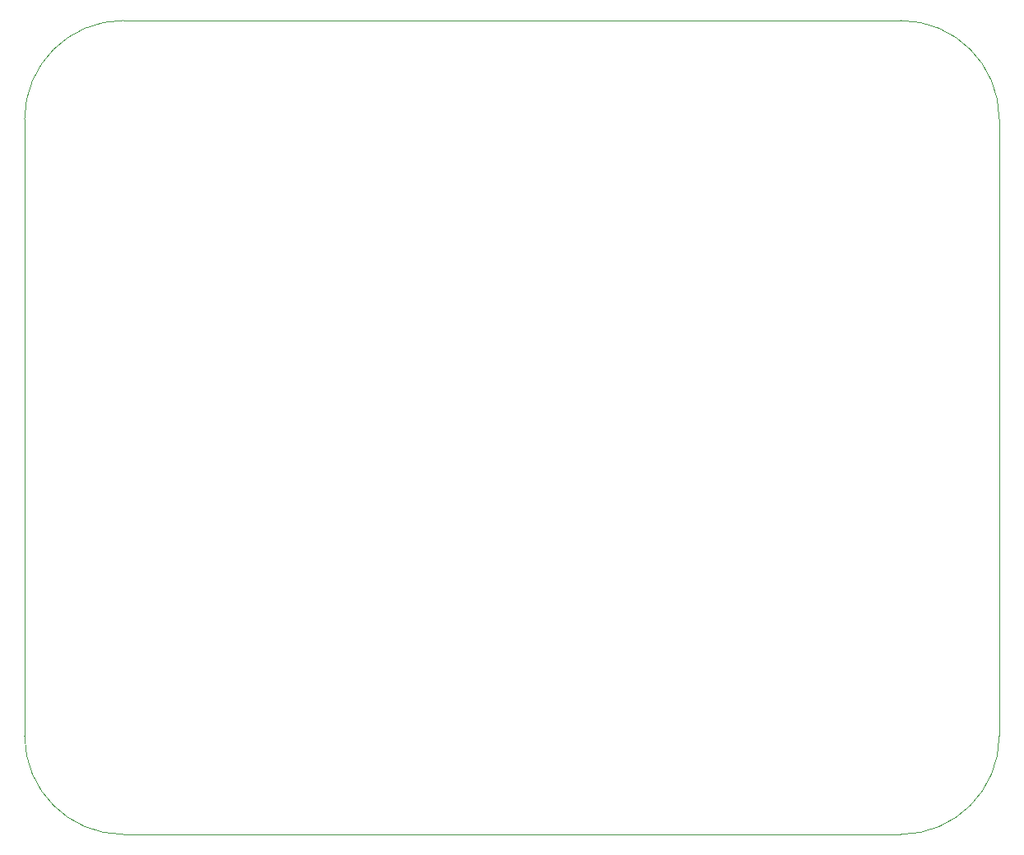
<source format=gbr>
G04 #@! TF.GenerationSoftware,KiCad,Pcbnew,(5.1.4)-1*
G04 #@! TF.CreationDate,2020-09-12T21:15:05+02:00*
G04 #@! TF.ProjectId,SBIO3,5342494f-332e-46b6-9963-61645f706362,rev?*
G04 #@! TF.SameCoordinates,Original*
G04 #@! TF.FileFunction,Profile,NP*
%FSLAX46Y46*%
G04 Gerber Fmt 4.6, Leading zero omitted, Abs format (unit mm)*
G04 Created by KiCad (PCBNEW (5.1.4)-1) date 2020-09-12 21:15:05*
%MOMM*%
%LPD*%
G04 APERTURE LIST*
%ADD10C,0.050000*%
G04 APERTURE END LIST*
D10*
X173355000Y-121285000D02*
G75*
G02X163195000Y-131445000I-10160000J0D01*
G01*
X163195000Y-47625000D02*
G75*
G02X173355000Y-57785000I0J-10160000D01*
G01*
X73025000Y-57785000D02*
G75*
G02X83185000Y-47625000I10160000J0D01*
G01*
X83185000Y-131445000D02*
G75*
G02X73025000Y-121285000I0J10160000D01*
G01*
X163195000Y-131445000D02*
X83185000Y-131445000D01*
X173355000Y-57785000D02*
X173355000Y-121285000D01*
X83185000Y-47625000D02*
X163195000Y-47625000D01*
X73025000Y-121285000D02*
X73025000Y-57785000D01*
M02*

</source>
